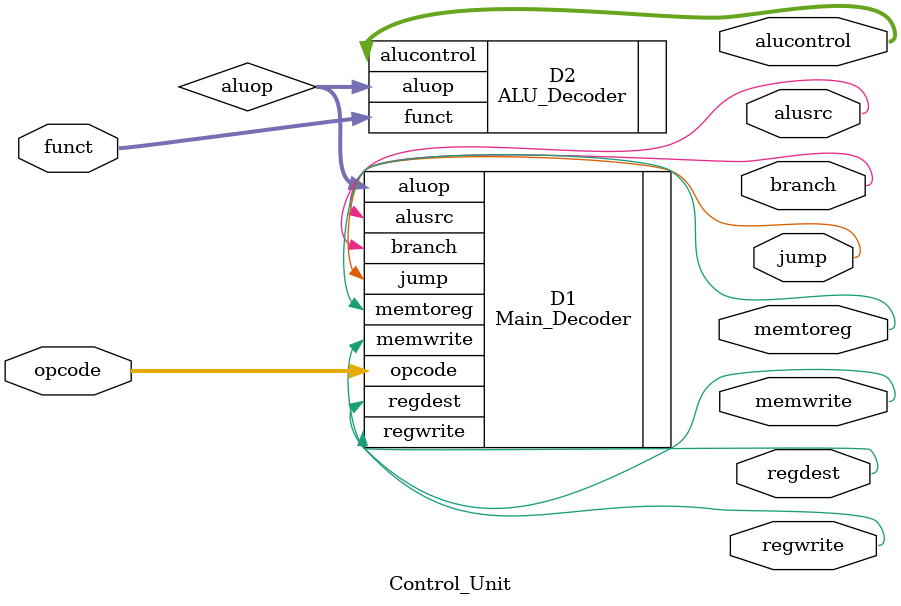
<source format=v>
module Control_Unit (
  input [5:0] funct,opcode,
  output [2:0] alucontrol,
  output memwrite,regwrite,regdest,alusrc,jump,memtoreg,branch
);
wire [1:0] aluop;
Main_Decoder D1(

  .opcode(opcode),
  .memwrite(memwrite),
  .regwrite(regwrite),
  .regdest(regdest),
  .alusrc(alusrc),
  .jump(jump),
  .memtoreg(memtoreg),
  .branch(branch),
  .aluop(aluop)
);
ALU_Decoder D2(

  .aluop(aluop),
  .alucontrol(alucontrol),
  .funct(funct)
);
  
endmodule

</source>
